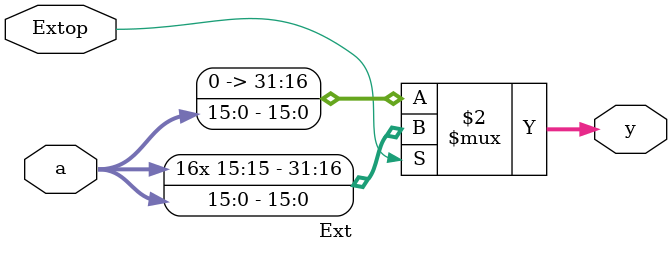
<source format=v>


module Ext #(parameter ORIGIN=16,parameter WIDTH=32) (Extop,a,y);
	
	input Extop;
	input[ORIGIN-1:0] a;
	output [WIDTH-1:0] y;

	assign y = (Extop==0) ? {  {WIDTH-ORIGIN{1'b0}} , a }  : 
				{{WIDTH-ORIGIN{a[ORIGIN-1]}},a};
endmodule 

</source>
